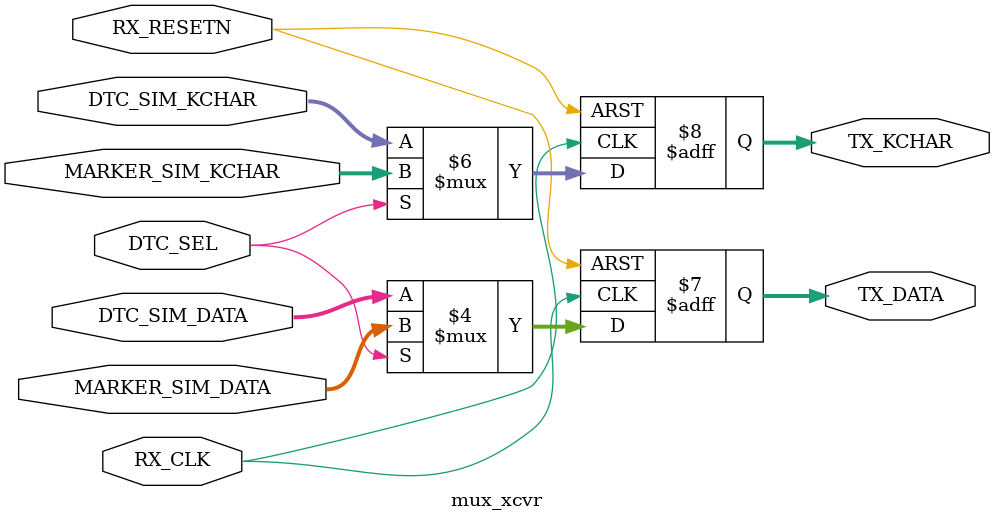
<source format=v>


module mux_xcvr( 
   input            RX_CLK,
   input            RX_RESETN,
   input            DTC_SEL,  // if 0, DTC Packet out;  if 1, Marker out
   input    [15:0]  MARKER_SIM_DATA,
   input    [15:0]  DTC_SIM_DATA,
   input    [1:0]   MARKER_SIM_KCHAR,
   input    [1:0]   DTC_SIM_KCHAR,
   output reg  [15:0]  TX_DATA,
   output reg  [1:0]   TX_KCHAR
  );

   parameter [15:0]     Comma	= 16'hBC3C;	//k28.5 k28.1
   parameter  [1:0]     KChar   = 2'b11;

   always @ (posedge RX_CLK or negedge RX_RESETN)
   begin
      if (RX_RESETN == 1'b0)
      begin
         TX_DATA    <=  Comma;   
         TX_KCHAR   <=  KChar;
      end
      
      else
      begin
         TX_DATA 	   <= (DTC_SEL==1'b1) ? MARKER_SIM_DATA  : DTC_SIM_DATA;
         TX_KCHAR    <= (DTC_SEL==1'b1) ? MARKER_SIM_KCHAR : DTC_SIM_KCHAR;
      end
   end
  
endmodule


</source>
